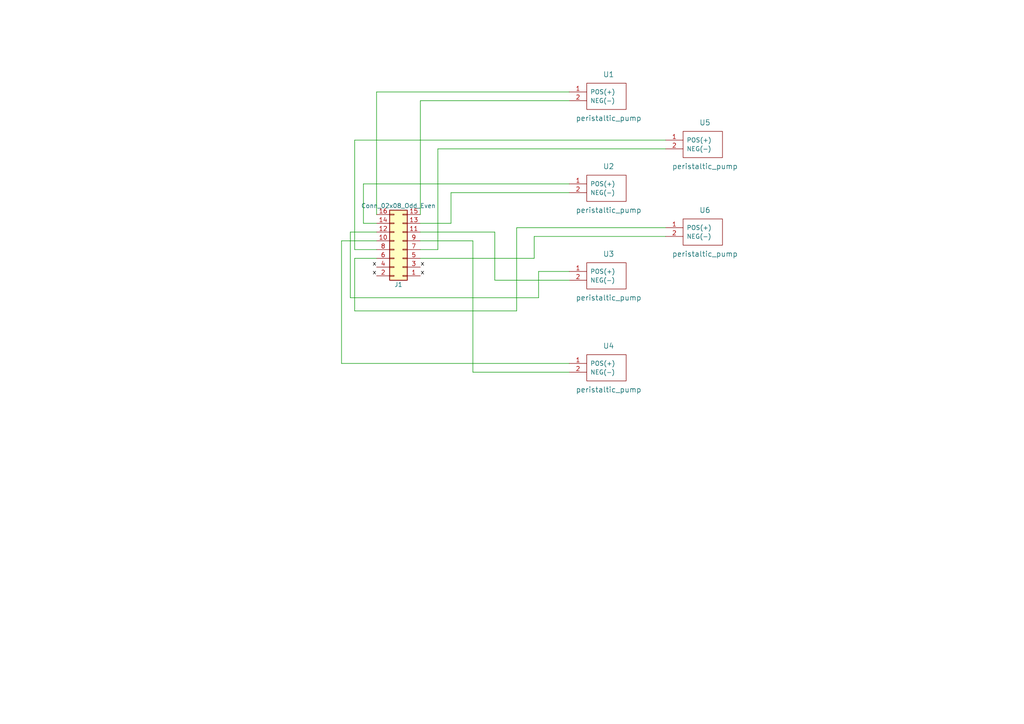
<source format=kicad_sch>
(kicad_sch (version 20211123) (generator eeschema)
  (paper "A4")
  (lib_symbols
    (symbol "pump_board-rescue:Conn_02x08_Odd_Even" (pin_names (offset 1.016) hide)
      (property "Reference" "J" (at 1.27 10.16 0))
      (property "Value" "Conn_02x08_Odd_Even" (at 1.27 -12.7 0))
      (symbol "Conn_02x08_Odd_Even_1_1"
        (rectangle (start -1.27 -10.033) (end 0 -10.287) (stroke (width 0.1524)))
        (rectangle (start -1.27 -7.493) (end 0 -7.747) (stroke (width 0.1524)))
        (rectangle (start -1.27 -4.953) (end 0 -5.207) (stroke (width 0.1524)))
        (rectangle (start -1.27 -2.413) (end 0 -2.667) (stroke (width 0.1524)))
        (rectangle (start -1.27 0.127) (end 0 -0.127) (stroke (width 0.1524)))
        (rectangle (start -1.27 2.667) (end 0 2.413) (stroke (width 0.1524)))
        (rectangle (start -1.27 5.207) (end 0 4.953) (stroke (width 0.1524)))
        (rectangle (start -1.27 7.747) (end 0 7.493) (stroke (width 0.1524)))
        (rectangle (start -1.27 8.89) (end 3.81 -11.43) (stroke (width 0.254)) (fill (type background)))
        (rectangle (start 3.81 -10.033) (end 2.54 -10.287) (stroke (width 0.1524)))
        (rectangle (start 3.81 -7.493) (end 2.54 -7.747) (stroke (width 0.1524)))
        (rectangle (start 3.81 -4.953) (end 2.54 -5.207) (stroke (width 0.1524)))
        (rectangle (start 3.81 -2.413) (end 2.54 -2.667) (stroke (width 0.1524)))
        (rectangle (start 3.81 0.127) (end 2.54 -0.127) (stroke (width 0.1524)))
        (rectangle (start 3.81 2.667) (end 2.54 2.413) (stroke (width 0.1524)))
        (rectangle (start 3.81 5.207) (end 2.54 4.953) (stroke (width 0.1524)))
        (rectangle (start 3.81 7.747) (end 2.54 7.493) (stroke (width 0.1524)))
        (pin passive line (at -5.08 7.62 0) (length 3.81) (name "Pin_1") (number "1"))
        (pin passive line (at 7.62 -2.54 180) (length 3.81) (name "Pin_10") (number "10"))
        (pin passive line (at -5.08 -5.08 0) (length 3.81) (name "Pin_11") (number "11"))
        (pin passive line (at 7.62 -5.08 180) (length 3.81) (name "Pin_12") (number "12"))
        (pin passive line (at -5.08 -7.62 0) (length 3.81) (name "Pin_13") (number "13"))
        (pin passive line (at 7.62 -7.62 180) (length 3.81) (name "Pin_14") (number "14"))
        (pin passive line (at -5.08 -10.16 0) (length 3.81) (name "Pin_15") (number "15"))
        (pin passive line (at 7.62 -10.16 180) (length 3.81) (name "Pin_16") (number "16"))
        (pin passive line (at 7.62 7.62 180) (length 3.81) (name "Pin_2") (number "2"))
        (pin passive line (at -5.08 5.08 0) (length 3.81) (name "Pin_3") (number "3"))
        (pin passive line (at 7.62 5.08 180) (length 3.81) (name "Pin_4") (number "4"))
        (pin passive line (at -5.08 2.54 0) (length 3.81) (name "Pin_5") (number "5"))
        (pin passive line (at 7.62 2.54 180) (length 3.81) (name "Pin_6") (number "6"))
        (pin passive line (at -5.08 0 0) (length 3.81) (name "Pin_7") (number "7"))
        (pin passive line (at 7.62 0 180) (length 3.81) (name "Pin_8") (number "8"))
        (pin passive line (at -5.08 -2.54 0) (length 3.81) (name "Pin_9") (number "9"))
      )
    )
    (symbol "pump_board-rescue:peristaltic_pump" (pin_names (offset 1.016))
      (property "Reference" "U" (at 1.27 6.35 0))
      (property "Value" "peristaltic_pump" (at 1.27 -6.35 0))
      (symbol "peristaltic_pump_0_1"
        (rectangle (start -5.08 -3.81) (end 6.35 3.81))
      )
      (symbol "peristaltic_pump_1_1"
        (pin input line (at -10.16 1.27 0) (length 5.08) (name "POS(+)") (number "1"))
        (pin input line (at -10.16 -1.27 0) (length 5.08) (name "NEG(-)") (number "2"))
      )
    )
  )
  (wire (pts (xy 130.81 64.77) (xy 130.81 55.88)))
  (wire (pts (xy 193.04 68.58) (xy 154.94 68.58)))
  (wire (pts (xy 102.87 74.93) (xy 109.22 74.93)))
  (wire (pts (xy 109.22 26.67) (xy 165.1 26.67)))
  (wire (pts (xy 109.22 62.23) (xy 109.22 26.67)))
  (wire (pts (xy 193.04 43.18) (xy 127 43.18)))
  (wire (pts (xy 121.92 69.85) (xy 137.16 69.85)))
  (wire (pts (xy 130.81 55.88) (xy 165.1 55.88)))
  (wire (pts (xy 154.94 68.58) (xy 154.94 74.93)))
  (wire (pts (xy 137.16 69.85) (xy 137.16 107.95)))
  (wire (pts (xy 102.87 40.64) (xy 193.04 40.64)))
  (wire (pts (xy 99.06 69.85) (xy 99.06 105.41)))
  (wire (pts (xy 143.51 67.31) (xy 121.92 67.31)))
  (wire (pts (xy 137.16 107.95) (xy 165.1 107.95)))
  (wire (pts (xy 127 43.18) (xy 127 72.39)))
  (wire (pts (xy 121.92 64.77) (xy 130.81 64.77)))
  (wire (pts (xy 109.22 67.31) (xy 101.6 67.31)))
  (wire (pts (xy 165.1 29.21) (xy 121.92 29.21)))
  (wire (pts (xy 105.41 64.77) (xy 105.41 53.34)))
  (wire (pts (xy 143.51 81.28) (xy 143.51 67.31)))
  (wire (pts (xy 149.86 90.17) (xy 102.87 90.17)))
  (wire (pts (xy 193.04 66.04) (xy 149.86 66.04)))
  (wire (pts (xy 101.6 86.36) (xy 156.21 86.36)))
  (wire (pts (xy 127 72.39) (xy 121.92 72.39)))
  (wire (pts (xy 105.41 53.34) (xy 165.1 53.34)))
  (wire (pts (xy 149.86 66.04) (xy 149.86 90.17)))
  (wire (pts (xy 165.1 81.28) (xy 143.51 81.28)))
  (wire (pts (xy 102.87 72.39) (xy 102.87 40.64)))
  (wire (pts (xy 121.92 29.21) (xy 121.92 62.23)))
  (wire (pts (xy 109.22 72.39) (xy 102.87 72.39)))
  (wire (pts (xy 156.21 78.74) (xy 165.1 78.74)))
  (wire (pts (xy 154.94 74.93) (xy 121.92 74.93)))
  (wire (pts (xy 156.21 86.36) (xy 156.21 78.74)))
  (wire (pts (xy 109.22 69.85) (xy 99.06 69.85)))
  (wire (pts (xy 102.87 90.17) (xy 102.87 74.93)))
  (wire (pts (xy 101.6 67.31) (xy 101.6 86.36)))
  (wire (pts (xy 109.22 64.77) (xy 105.41 64.77)))
  (wire (pts (xy 99.06 105.41) (xy 165.1 105.41)))
  (label "x" (at 121.92 77.47 0))
  (label "x" (at 109.22 77.47 180))
  (label "x" (at 109.22 80.01 180))
  (label "x" (at 121.92 80.01 0))
  (symbol (lib_id "pump_board-rescue:peristaltic_pump") (at 203.2 67.31 0) (unit 1)
    (property "Reference" "U6" (at 204.47 60.96 0) (effects (font (size 1.524 1.524))))
    (property "Value" "peristaltic_pump" (at 204.47 73.66 0) (effects (font (size 1.524 1.524))))
    (property "Footprint" "pump_board:peristlatic_pump_2020_04_29" (effects hide))
  )
  (symbol (lib_id "pump_board-rescue:peristaltic_pump") (at 203.2 41.91 0) (unit 1)
    (property "Reference" "U5" (at 204.47 35.56 0) (effects (font (size 1.524 1.524))))
    (property "Value" "peristaltic_pump" (at 204.47 48.26 0) (effects (font (size 1.524 1.524))))
    (property "Footprint" "pump_board:peristlatic_pump_2020_04_29" (effects hide))
  )
  (symbol (lib_id "pump_board-rescue:peristaltic_pump") (at 175.26 106.68 0) (unit 1)
    (property "Reference" "U4" (at 176.53 100.33 0) (effects (font (size 1.524 1.524))))
    (property "Value" "peristaltic_pump" (at 176.53 113.03 0) (effects (font (size 1.524 1.524))))
    (property "Footprint" "pump_board:peristlatic_pump_2020_04_29" (effects hide))
  )
  (symbol (lib_id "pump_board-rescue:peristaltic_pump") (at 175.26 80.01 0) (unit 1)
    (property "Reference" "U3" (at 176.53 73.66 0) (effects (font (size 1.524 1.524))))
    (property "Value" "peristaltic_pump" (at 176.53 86.36 0) (effects (font (size 1.524 1.524))))
    (property "Footprint" "pump_board:peristlatic_pump_2020_04_29" (effects hide))
  )
  (symbol (lib_id "pump_board-rescue:peristaltic_pump") (at 175.26 54.61 0) (unit 1)
    (property "Reference" "U2" (at 176.53 48.26 0) (effects (font (size 1.524 1.524))))
    (property "Value" "peristaltic_pump" (at 176.53 60.96 0) (effects (font (size 1.524 1.524))))
    (property "Footprint" "pump_board:peristlatic_pump_2020_04_29" (effects hide))
  )
  (symbol (lib_id "pump_board-rescue:peristaltic_pump") (at 175.26 27.94 0) (unit 1)
    (property "Reference" "U1" (at 176.53 21.59 0) (effects (font (size 1.524 1.524))))
    (property "Value" "peristaltic_pump" (at 176.53 34.29 0) (effects (font (size 1.524 1.524))))
    (property "Footprint" "pump_board:peristlatic_pump_2020_04_29" (effects hide))
  )
  (symbol (lib_id "pump_board-rescue:Conn_02x08_Odd_Even") (at 116.84 72.39 180) (unit 1)
    (property "Reference" "J1" (at 115.57 82.55 0))
    (property "Value" "Conn_02x08_Odd_Even" (at 115.57 59.69 0))
    (property "Footprint" "pump_board:pump_2x8_connector" (effects hide))
  )
)
</source>
